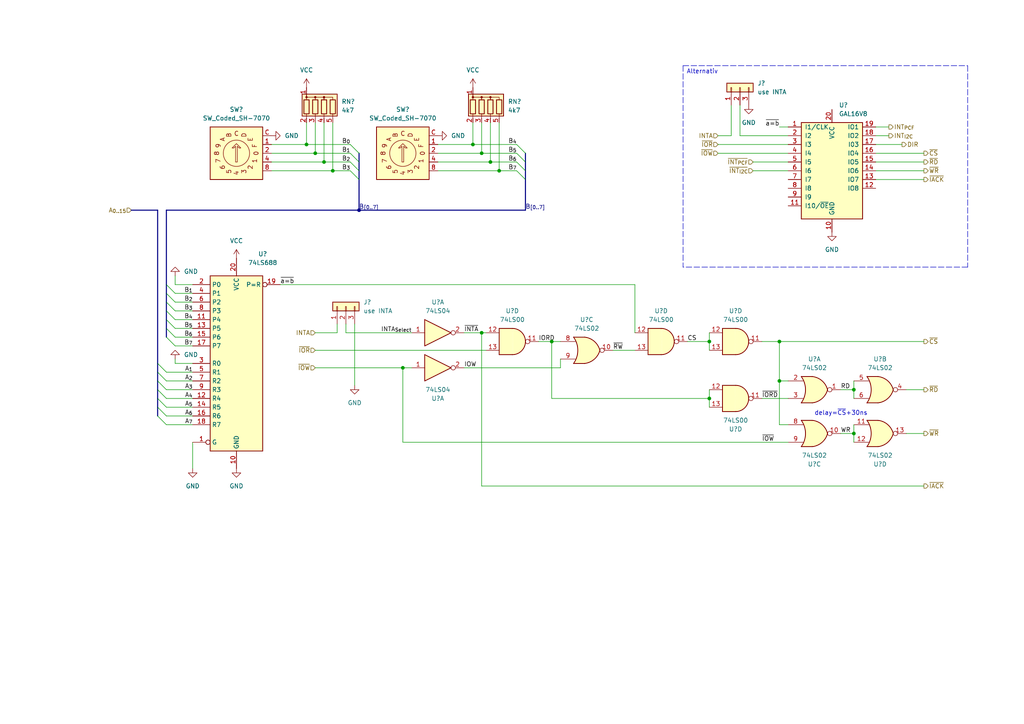
<source format=kicad_sch>
(kicad_sch (version 20211123) (generator eeschema)
  (paper "A4")
  (lib_symbols
    (symbol "74xx:74LS00" (pin_names (offset 1.016))
      (property "Reference" "U" (at 0 1.27 0))
      (property "Value" "74LS00" (at 0 -1.27 0))
      (symbol "74LS00_1_1"
        (arc (start 0 -3.81) (mid 3.81 0) (end 0 3.81) (stroke (width 0.254)) (fill (type background)))
        (polyline (pts (xy 0 3.81) (xy -3.81 3.81) (xy -3.81 -3.81) (xy 0 -3.81)) (stroke (width 0.254)) (fill (type background)))
        (pin input line (at -7.62 2.54 0) (length 3.81) (name "~") (number "1"))
        (pin input line (at -7.62 -2.54 0) (length 3.81) (name "~") (number "2"))
        (pin output inverted (at 7.62 0 180) (length 3.81) (name "~") (number "3"))
      )
      (symbol "74LS00_1_2"
        (arc (start -3.81 -3.81) (mid -2.589 0) (end -3.81 3.81) (stroke (width 0.254)))
        (arc (start -0.6096 -3.81) (mid 2.1842 -2.5851) (end 3.81 0) (stroke (width 0.254)) (fill (type background)))
        (polyline (pts (xy -3.81 -3.81) (xy -0.635 -3.81)) (stroke (width 0.254)) (fill (type background)))
        (polyline (pts (xy -3.81 3.81) (xy -0.635 3.81)) (stroke (width 0.254)) (fill (type background)))
        (polyline (pts (xy -0.635 3.81) (xy -3.81 3.81) (xy -3.81 3.81) (xy -3.556 3.4036) (xy -3.0226 2.2606) (xy -2.6924 1.0414) (xy -2.6162 -0.254) (xy -2.7686 -1.4986) (xy -3.175 -2.7178) (xy -3.81 -3.81) (xy -3.81 -3.81) (xy -0.635 -3.81)) (stroke (width -25.4)) (fill (type background)))
        (arc (start 3.81 0) (mid 2.1915 2.5936) (end -0.6096 3.81) (stroke (width 0.254)) (fill (type background)))
        (pin input inverted (at -7.62 2.54 0) (length 4.318) (name "~") (number "1"))
        (pin input inverted (at -7.62 -2.54 0) (length 4.318) (name "~") (number "2"))
        (pin output line (at 7.62 0 180) (length 3.81) (name "~") (number "3"))
      )
      (symbol "74LS00_2_1"
        (arc (start 0 -3.81) (mid 3.81 0) (end 0 3.81) (stroke (width 0.254)) (fill (type background)))
        (polyline (pts (xy 0 3.81) (xy -3.81 3.81) (xy -3.81 -3.81) (xy 0 -3.81)) (stroke (width 0.254)) (fill (type background)))
        (pin input line (at -7.62 2.54 0) (length 3.81) (name "~") (number "4"))
        (pin input line (at -7.62 -2.54 0) (length 3.81) (name "~") (number "5"))
        (pin output inverted (at 7.62 0 180) (length 3.81) (name "~") (number "6"))
      )
      (symbol "74LS00_2_2"
        (arc (start -3.81 -3.81) (mid -2.589 0) (end -3.81 3.81) (stroke (width 0.254)))
        (arc (start -0.6096 -3.81) (mid 2.1842 -2.5851) (end 3.81 0) (stroke (width 0.254)) (fill (type background)))
        (polyline (pts (xy -3.81 -3.81) (xy -0.635 -3.81)) (stroke (width 0.254)) (fill (type background)))
        (polyline (pts (xy -3.81 3.81) (xy -0.635 3.81)) (stroke (width 0.254)) (fill (type background)))
        (polyline (pts (xy -0.635 3.81) (xy -3.81 3.81) (xy -3.81 3.81) (xy -3.556 3.4036) (xy -3.0226 2.2606) (xy -2.6924 1.0414) (xy -2.6162 -0.254) (xy -2.7686 -1.4986) (xy -3.175 -2.7178) (xy -3.81 -3.81) (xy -3.81 -3.81) (xy -0.635 -3.81)) (stroke (width -25.4)) (fill (type background)))
        (arc (start 3.81 0) (mid 2.1915 2.5936) (end -0.6096 3.81) (stroke (width 0.254)) (fill (type background)))
        (pin input inverted (at -7.62 2.54 0) (length 4.318) (name "~") (number "4"))
        (pin input inverted (at -7.62 -2.54 0) (length 4.318) (name "~") (number "5"))
        (pin output line (at 7.62 0 180) (length 3.81) (name "~") (number "6"))
      )
      (symbol "74LS00_3_1"
        (arc (start 0 -3.81) (mid 3.81 0) (end 0 3.81) (stroke (width 0.254)) (fill (type background)))
        (polyline (pts (xy 0 3.81) (xy -3.81 3.81) (xy -3.81 -3.81) (xy 0 -3.81)) (stroke (width 0.254)) (fill (type background)))
        (pin input line (at -7.62 -2.54 0) (length 3.81) (name "~") (number "10"))
        (pin output inverted (at 7.62 0 180) (length 3.81) (name "~") (number "8"))
        (pin input line (at -7.62 2.54 0) (length 3.81) (name "~") (number "9"))
      )
      (symbol "74LS00_3_2"
        (arc (start -3.81 -3.81) (mid -2.589 0) (end -3.81 3.81) (stroke (width 0.254)))
        (arc (start -0.6096 -3.81) (mid 2.1842 -2.5851) (end 3.81 0) (stroke (width 0.254)) (fill (type background)))
        (polyline (pts (xy -3.81 -3.81) (xy -0.635 -3.81)) (stroke (width 0.254)) (fill (type background)))
        (polyline (pts (xy -3.81 3.81) (xy -0.635 3.81)) (stroke (width 0.254)) (fill (type background)))
        (polyline (pts (xy -0.635 3.81) (xy -3.81 3.81) (xy -3.81 3.81) (xy -3.556 3.4036) (xy -3.0226 2.2606) (xy -2.6924 1.0414) (xy -2.6162 -0.254) (xy -2.7686 -1.4986) (xy -3.175 -2.7178) (xy -3.81 -3.81) (xy -3.81 -3.81) (xy -0.635 -3.81)) (stroke (width -25.4)) (fill (type background)))
        (arc (start 3.81 0) (mid 2.1915 2.5936) (end -0.6096 3.81) (stroke (width 0.254)) (fill (type background)))
        (pin input inverted (at -7.62 -2.54 0) (length 4.318) (name "~") (number "10"))
        (pin output line (at 7.62 0 180) (length 3.81) (name "~") (number "8"))
        (pin input inverted (at -7.62 2.54 0) (length 4.318) (name "~") (number "9"))
      )
      (symbol "74LS00_4_1"
        (arc (start 0 -3.81) (mid 3.81 0) (end 0 3.81) (stroke (width 0.254)) (fill (type background)))
        (polyline (pts (xy 0 3.81) (xy -3.81 3.81) (xy -3.81 -3.81) (xy 0 -3.81)) (stroke (width 0.254)) (fill (type background)))
        (pin output inverted (at 7.62 0 180) (length 3.81) (name "~") (number "11"))
        (pin input line (at -7.62 2.54 0) (length 3.81) (name "~") (number "12"))
        (pin input line (at -7.62 -2.54 0) (length 3.81) (name "~") (number "13"))
      )
      (symbol "74LS00_4_2"
        (arc (start -3.81 -3.81) (mid -2.589 0) (end -3.81 3.81) (stroke (width 0.254)))
        (arc (start -0.6096 -3.81) (mid 2.1842 -2.5851) (end 3.81 0) (stroke (width 0.254)) (fill (type background)))
        (polyline (pts (xy -3.81 -3.81) (xy -0.635 -3.81)) (stroke (width 0.254)) (fill (type background)))
        (polyline (pts (xy -3.81 3.81) (xy -0.635 3.81)) (stroke (width 0.254)) (fill (type background)))
        (polyline (pts (xy -0.635 3.81) (xy -3.81 3.81) (xy -3.81 3.81) (xy -3.556 3.4036) (xy -3.0226 2.2606) (xy -2.6924 1.0414) (xy -2.6162 -0.254) (xy -2.7686 -1.4986) (xy -3.175 -2.7178) (xy -3.81 -3.81) (xy -3.81 -3.81) (xy -0.635 -3.81)) (stroke (width -25.4)) (fill (type background)))
        (arc (start 3.81 0) (mid 2.1915 2.5936) (end -0.6096 3.81) (stroke (width 0.254)) (fill (type background)))
        (pin output line (at 7.62 0 180) (length 3.81) (name "~") (number "11"))
        (pin input inverted (at -7.62 2.54 0) (length 4.318) (name "~") (number "12"))
        (pin input inverted (at -7.62 -2.54 0) (length 4.318) (name "~") (number "13"))
      )
      (symbol "74LS00_5_0"
        (pin power_in line (at 0 12.7 270) (length 5.08) (name "VCC") (number "14"))
        (pin power_in line (at 0 -12.7 90) (length 5.08) (name "GND") (number "7"))
      )
      (symbol "74LS00_5_1"
        (rectangle (start -5.08 7.62) (end 5.08 -7.62) (stroke (width 0.254)) (fill (type background)))
      )
    )
    (symbol "74xx:74LS02" (pin_names (offset 1.016))
      (property "Reference" "U" (at 0 1.27 0))
      (property "Value" "74LS02" (at 0 -1.27 0))
      (symbol "74LS02_1_1"
        (arc (start -3.81 -3.81) (mid -2.589 0) (end -3.81 3.81) (stroke (width 0.254)))
        (arc (start -0.6096 -3.81) (mid 2.1842 -2.5851) (end 3.81 0) (stroke (width 0.254)) (fill (type background)))
        (polyline (pts (xy -3.81 -3.81) (xy -0.635 -3.81)) (stroke (width 0.254)) (fill (type background)))
        (polyline (pts (xy -3.81 3.81) (xy -0.635 3.81)) (stroke (width 0.254)) (fill (type background)))
        (polyline (pts (xy -0.635 3.81) (xy -3.81 3.81) (xy -3.81 3.81) (xy -3.556 3.4036) (xy -3.0226 2.2606) (xy -2.6924 1.0414) (xy -2.6162 -0.254) (xy -2.7686 -1.4986) (xy -3.175 -2.7178) (xy -3.81 -3.81) (xy -3.81 -3.81) (xy -0.635 -3.81)) (stroke (width -25.4)) (fill (type background)))
        (arc (start 3.81 0) (mid 2.1915 2.5936) (end -0.6096 3.81) (stroke (width 0.254)) (fill (type background)))
        (pin output inverted (at 7.62 0 180) (length 3.81) (name "~") (number "1"))
        (pin input line (at -7.62 2.54 0) (length 4.318) (name "~") (number "2"))
        (pin input line (at -7.62 -2.54 0) (length 4.318) (name "~") (number "3"))
      )
      (symbol "74LS02_1_2"
        (arc (start 0 -3.81) (mid 3.81 0) (end 0 3.81) (stroke (width 0.254)) (fill (type background)))
        (polyline (pts (xy 0 3.81) (xy -3.81 3.81) (xy -3.81 -3.81) (xy 0 -3.81)) (stroke (width 0.254)) (fill (type background)))
        (pin output line (at 7.62 0 180) (length 3.81) (name "~") (number "1"))
        (pin input inverted (at -7.62 2.54 0) (length 3.81) (name "~") (number "2"))
        (pin input inverted (at -7.62 -2.54 0) (length 3.81) (name "~") (number "3"))
      )
      (symbol "74LS02_2_1"
        (arc (start -3.81 -3.81) (mid -2.589 0) (end -3.81 3.81) (stroke (width 0.254)))
        (arc (start -0.6096 -3.81) (mid 2.1842 -2.5851) (end 3.81 0) (stroke (width 0.254)) (fill (type background)))
        (polyline (pts (xy -3.81 -3.81) (xy -0.635 -3.81)) (stroke (width 0.254)) (fill (type background)))
        (polyline (pts (xy -3.81 3.81) (xy -0.635 3.81)) (stroke (width 0.254)) (fill (type background)))
        (polyline (pts (xy -0.635 3.81) (xy -3.81 3.81) (xy -3.81 3.81) (xy -3.556 3.4036) (xy -3.0226 2.2606) (xy -2.6924 1.0414) (xy -2.6162 -0.254) (xy -2.7686 -1.4986) (xy -3.175 -2.7178) (xy -3.81 -3.81) (xy -3.81 -3.81) (xy -0.635 -3.81)) (stroke (width -25.4)) (fill (type background)))
        (arc (start 3.81 0) (mid 2.1915 2.5936) (end -0.6096 3.81) (stroke (width 0.254)) (fill (type background)))
        (pin output inverted (at 7.62 0 180) (length 3.81) (name "~") (number "4"))
        (pin input line (at -7.62 2.54 0) (length 4.318) (name "~") (number "5"))
        (pin input line (at -7.62 -2.54 0) (length 4.318) (name "~") (number "6"))
      )
      (symbol "74LS02_2_2"
        (arc (start 0 -3.81) (mid 3.81 0) (end 0 3.81) (stroke (width 0.254)) (fill (type background)))
        (polyline (pts (xy 0 3.81) (xy -3.81 3.81) (xy -3.81 -3.81) (xy 0 -3.81)) (stroke (width 0.254)) (fill (type background)))
        (pin output line (at 7.62 0 180) (length 3.81) (name "~") (number "4"))
        (pin input inverted (at -7.62 2.54 0) (length 3.81) (name "~") (number "5"))
        (pin input inverted (at -7.62 -2.54 0) (length 3.81) (name "~") (number "6"))
      )
      (symbol "74LS02_3_1"
        (arc (start -3.81 -3.81) (mid -2.589 0) (end -3.81 3.81) (stroke (width 0.254)))
        (arc (start -0.6096 -3.81) (mid 2.1842 -2.5851) (end 3.81 0) (stroke (width 0.254)) (fill (type background)))
        (polyline (pts (xy -3.81 -3.81) (xy -0.635 -3.81)) (stroke (width 0.254)) (fill (type background)))
        (polyline (pts (xy -3.81 3.81) (xy -0.635 3.81)) (stroke (width 0.254)) (fill (type background)))
        (polyline (pts (xy -0.635 3.81) (xy -3.81 3.81) (xy -3.81 3.81) (xy -3.556 3.4036) (xy -3.0226 2.2606) (xy -2.6924 1.0414) (xy -2.6162 -0.254) (xy -2.7686 -1.4986) (xy -3.175 -2.7178) (xy -3.81 -3.81) (xy -3.81 -3.81) (xy -0.635 -3.81)) (stroke (width -25.4)) (fill (type background)))
        (arc (start 3.81 0) (mid 2.1915 2.5936) (end -0.6096 3.81) (stroke (width 0.254)) (fill (type background)))
        (pin output inverted (at 7.62 0 180) (length 3.81) (name "~") (number "10"))
        (pin input line (at -7.62 2.54 0) (length 4.318) (name "~") (number "8"))
        (pin input line (at -7.62 -2.54 0) (length 4.318) (name "~") (number "9"))
      )
      (symbol "74LS02_3_2"
        (arc (start 0 -3.81) (mid 3.81 0) (end 0 3.81) (stroke (width 0.254)) (fill (type background)))
        (polyline (pts (xy 0 3.81) (xy -3.81 3.81) (xy -3.81 -3.81) (xy 0 -3.81)) (stroke (width 0.254)) (fill (type background)))
        (pin output line (at 7.62 0 180) (length 3.81) (name "~") (number "10"))
        (pin input inverted (at -7.62 2.54 0) (length 3.81) (name "~") (number "8"))
        (pin input inverted (at -7.62 -2.54 0) (length 3.81) (name "~") (number "9"))
      )
      (symbol "74LS02_4_1"
        (arc (start -3.81 -3.81) (mid -2.589 0) (end -3.81 3.81) (stroke (width 0.254)))
        (arc (start -0.6096 -3.81) (mid 2.1842 -2.5851) (end 3.81 0) (stroke (width 0.254)) (fill (type background)))
        (polyline (pts (xy -3.81 -3.81) (xy -0.635 -3.81)) (stroke (width 0.254)) (fill (type background)))
        (polyline (pts (xy -3.81 3.81) (xy -0.635 3.81)) (stroke (width 0.254)) (fill (type background)))
        (polyline (pts (xy -0.635 3.81) (xy -3.81 3.81) (xy -3.81 3.81) (xy -3.556 3.4036) (xy -3.0226 2.2606) (xy -2.6924 1.0414) (xy -2.6162 -0.254) (xy -2.7686 -1.4986) (xy -3.175 -2.7178) (xy -3.81 -3.81) (xy -3.81 -3.81) (xy -0.635 -3.81)) (stroke (width -25.4)) (fill (type background)))
        (arc (start 3.81 0) (mid 2.1915 2.5936) (end -0.6096 3.81) (stroke (width 0.254)) (fill (type background)))
        (pin input line (at -7.62 2.54 0) (length 4.318) (name "~") (number "11"))
        (pin input line (at -7.62 -2.54 0) (length 4.318) (name "~") (number "12"))
        (pin output inverted (at 7.62 0 180) (length 3.81) (name "~") (number "13"))
      )
      (symbol "74LS02_4_2"
        (arc (start 0 -3.81) (mid 3.81 0) (end 0 3.81) (stroke (width 0.254)) (fill (type background)))
        (polyline (pts (xy 0 3.81) (xy -3.81 3.81) (xy -3.81 -3.81) (xy 0 -3.81)) (stroke (width 0.254)) (fill (type background)))
        (pin input inverted (at -7.62 2.54 0) (length 3.81) (name "~") (number "11"))
        (pin input inverted (at -7.62 -2.54 0) (length 3.81) (name "~") (number "12"))
        (pin output line (at 7.62 0 180) (length 3.81) (name "~") (number "13"))
      )
      (symbol "74LS02_5_0"
        (pin power_in line (at 0 12.7 270) (length 5.08) (name "VCC") (number "14"))
        (pin power_in line (at 0 -12.7 90) (length 5.08) (name "GND") (number "7"))
      )
      (symbol "74LS02_5_1"
        (rectangle (start -5.08 7.62) (end 5.08 -7.62) (stroke (width 0.254)) (fill (type background)))
      )
    )
    (symbol "74xx:74LS04"
      (property "Reference" "U" (at 0 1.27 0))
      (property "Value" "74LS04" (at 0 -1.27 0))
      (symbol "74LS04_1_0"
        (polyline (pts (xy -3.81 3.81) (xy -3.81 -3.81) (xy 3.81 0) (xy -3.81 3.81)) (stroke (width 0.254)) (fill (type background)))
        (pin input line (at -7.62 0 0) (length 3.81) (name "~") (number "1"))
        (pin output inverted (at 7.62 0 180) (length 3.81) (name "~") (number "2"))
      )
      (symbol "74LS04_2_0"
        (polyline (pts (xy -3.81 3.81) (xy -3.81 -3.81) (xy 3.81 0) (xy -3.81 3.81)) (stroke (width 0.254)) (fill (type background)))
        (pin input line (at -7.62 0 0) (length 3.81) (name "~") (number "3"))
        (pin output inverted (at 7.62 0 180) (length 3.81) (name "~") (number "4"))
      )
      (symbol "74LS04_3_0"
        (polyline (pts (xy -3.81 3.81) (xy -3.81 -3.81) (xy 3.81 0) (xy -3.81 3.81)) (stroke (width 0.254)) (fill (type background)))
        (pin input line (at -7.62 0 0) (length 3.81) (name "~") (number "5"))
        (pin output inverted (at 7.62 0 180) (length 3.81) (name "~") (number "6"))
      )
      (symbol "74LS04_4_0"
        (polyline (pts (xy -3.81 3.81) (xy -3.81 -3.81) (xy 3.81 0) (xy -3.81 3.81)) (stroke (width 0.254)) (fill (type background)))
        (pin output inverted (at 7.62 0 180) (length 3.81) (name "~") (number "8"))
        (pin input line (at -7.62 0 0) (length 3.81) (name "~") (number "9"))
      )
      (symbol "74LS04_5_0"
        (polyline (pts (xy -3.81 3.81) (xy -3.81 -3.81) (xy 3.81 0) (xy -3.81 3.81)) (stroke (width 0.254)) (fill (type background)))
        (pin output inverted (at 7.62 0 180) (length 3.81) (name "~") (number "10"))
        (pin input line (at -7.62 0 0) (length 3.81) (name "~") (number "11"))
      )
      (symbol "74LS04_6_0"
        (polyline (pts (xy -3.81 3.81) (xy -3.81 -3.81) (xy 3.81 0) (xy -3.81 3.81)) (stroke (width 0.254)) (fill (type background)))
        (pin output inverted (at 7.62 0 180) (length 3.81) (name "~") (number "12"))
        (pin input line (at -7.62 0 0) (length 3.81) (name "~") (number "13"))
      )
      (symbol "74LS04_7_0"
        (pin power_in line (at 0 12.7 270) (length 5.08) (name "VCC") (number "14"))
        (pin power_in line (at 0 -12.7 90) (length 5.08) (name "GND") (number "7"))
      )
      (symbol "74LS04_7_1"
        (rectangle (start -5.08 7.62) (end 5.08 -7.62) (stroke (width 0.254)) (fill (type background)))
      )
    )
    (symbol "74xx:74LS688"
      (property "Reference" "U" (at -7.62 26.67 0))
      (property "Value" "74LS688" (at -7.62 -26.67 0))
      (symbol "74LS688_1_0"
        (pin input inverted (at -12.7 -22.86 0) (length 5.08) (name "G") (number "1"))
        (pin power_in line (at 0 -30.48 90) (length 5.08) (name "GND") (number "10"))
        (pin input line (at -12.7 12.7 0) (length 5.08) (name "P4") (number "11"))
        (pin input line (at -12.7 -10.16 0) (length 5.08) (name "R4") (number "12"))
        (pin input line (at -12.7 10.16 0) (length 5.08) (name "P5") (number "13"))
        (pin input line (at -12.7 -12.7 0) (length 5.08) (name "R5") (number "14"))
        (pin input line (at -12.7 7.62 0) (length 5.08) (name "P6") (number "15"))
        (pin input line (at -12.7 -15.24 0) (length 5.08) (name "R6") (number "16"))
        (pin input line (at -12.7 5.08 0) (length 5.08) (name "P7") (number "17"))
        (pin input line (at -12.7 -17.78 0) (length 5.08) (name "R7") (number "18"))
        (pin output inverted (at 12.7 22.86 180) (length 5.08) (name "P=R") (number "19"))
        (pin input line (at -12.7 22.86 0) (length 5.08) (name "P0") (number "2"))
        (pin power_in line (at 0 30.48 270) (length 5.08) (name "VCC") (number "20"))
        (pin input line (at -12.7 0 0) (length 5.08) (name "R0") (number "3"))
        (pin input line (at -12.7 20.32 0) (length 5.08) (name "P1") (number "4"))
        (pin input line (at -12.7 -2.54 0) (length 5.08) (name "R1") (number "5"))
        (pin input line (at -12.7 17.78 0) (length 5.08) (name "P2") (number "6"))
        (pin input line (at -12.7 -5.08 0) (length 5.08) (name "R2") (number "7"))
        (pin input line (at -12.7 15.24 0) (length 5.08) (name "P3") (number "8"))
        (pin input line (at -12.7 -7.62 0) (length 5.08) (name "R3") (number "9"))
      )
      (symbol "74LS688_1_1"
        (rectangle (start -7.62 25.4) (end 7.62 -25.4) (stroke (width 0.254)) (fill (type background)))
      )
    )
    (symbol "Connector_Generic:Conn_01x03" (pin_names (offset 1.016) hide)
      (property "Reference" "J" (at 0 5.08 0))
      (property "Value" "Conn_01x03" (at 0 -5.08 0))
      (symbol "Conn_01x03_1_1"
        (rectangle (start -1.27 -2.413) (end 0 -2.667) (stroke (width 0.1524)))
        (rectangle (start -1.27 0.127) (end 0 -0.127) (stroke (width 0.1524)))
        (rectangle (start -1.27 2.667) (end 0 2.413) (stroke (width 0.1524)))
        (rectangle (start -1.27 3.81) (end 1.27 -3.81) (stroke (width 0.254)) (fill (type background)))
        (pin passive line (at -5.08 2.54 0) (length 3.81) (name "Pin_1") (number "1"))
        (pin passive line (at -5.08 0 0) (length 3.81) (name "Pin_2") (number "2"))
        (pin passive line (at -5.08 -2.54 0) (length 3.81) (name "Pin_3") (number "3"))
      )
    )
    (symbol "Device:R_Network04" (pin_names (offset 0) hide)
      (property "Reference" "RN" (at -7.62 0 90))
      (property "Value" "R_Network04" (at 5.08 0 90))
      (symbol "R_Network04_0_1"
        (rectangle (start -6.35 -3.175) (end 3.81 3.175) (stroke (width 0.254)) (fill (type background)))
        (rectangle (start -5.842 1.524) (end -4.318 -2.54) (stroke (width 0.254)))
        (circle (center -5.08 2.286) (radius 0.254) (fill (type outline)))
        (rectangle (start -3.302 1.524) (end -1.778 -2.54) (stroke (width 0.254)))
        (circle (center -2.54 2.286) (radius 0.254) (fill (type outline)))
        (rectangle (start -0.762 1.524) (end 0.762 -2.54) (stroke (width 0.254)))
        (polyline (pts (xy -5.08 -2.54) (xy -5.08 -3.81)))
        (polyline (pts (xy -2.54 -2.54) (xy -2.54 -3.81)))
        (polyline (pts (xy 0 -2.54) (xy 0 -3.81)))
        (polyline (pts (xy 2.54 -2.54) (xy 2.54 -3.81)))
        (polyline (pts (xy -5.08 1.524) (xy -5.08 2.286) (xy -2.54 2.286) (xy -2.54 1.524)))
        (polyline (pts (xy -2.54 1.524) (xy -2.54 2.286) (xy 0 2.286) (xy 0 1.524)))
        (polyline (pts (xy 0 1.524) (xy 0 2.286) (xy 2.54 2.286) (xy 2.54 1.524)))
        (circle (center 0 2.286) (radius 0.254) (fill (type outline)))
        (rectangle (start 1.778 1.524) (end 3.302 -2.54) (stroke (width 0.254)))
      )
      (symbol "R_Network04_1_1"
        (pin passive line (at -5.08 5.08 270) (length 2.54) (name "common") (number "1"))
        (pin passive line (at -5.08 -5.08 90) (length 1.27) (name "R1") (number "2"))
        (pin passive line (at -2.54 -5.08 90) (length 1.27) (name "R2") (number "3"))
        (pin passive line (at 0 -5.08 90) (length 1.27) (name "R3") (number "4"))
        (pin passive line (at 2.54 -5.08 90) (length 1.27) (name "R4") (number "5"))
      )
    )
    (symbol "Logic_Programmable:GAL16V8" (pin_names (offset 1.016))
      (property "Reference" "U" (at -8.89 16.51 0))
      (property "Value" "GAL16V8" (at 1.27 16.51 0))
      (symbol "GAL16V8_0_0"
        (pin power_in line (at 0 -17.78 90) (length 3.81) (name "GND") (number "10"))
        (pin power_in line (at 0 17.78 270) (length 3.81) (name "VCC") (number "20"))
      )
      (symbol "GAL16V8_0_1"
        (rectangle (start -8.89 13.97) (end 8.89 -13.97) (stroke (width 0.254)) (fill (type background)))
      )
      (symbol "GAL16V8_1_1"
        (pin input line (at -12.7 12.7 0) (length 3.81) (name "I1/CLK") (number "1"))
        (pin input line (at -12.7 -10.16 0) (length 3.81) (name "I10/~{OE}") (number "11"))
        (pin tri_state line (at 12.7 -5.08 180) (length 3.81) (name "IO8") (number "12"))
        (pin tri_state line (at 12.7 -2.54 180) (length 3.81) (name "IO7") (number "13"))
        (pin tri_state line (at 12.7 0 180) (length 3.81) (name "IO6") (number "14"))
        (pin tri_state line (at 12.7 2.54 180) (length 3.81) (name "IO5") (number "15"))
        (pin tri_state line (at 12.7 5.08 180) (length 3.81) (name "IO4") (number "16"))
        (pin tri_state line (at 12.7 7.62 180) (length 3.81) (name "I03") (number "17"))
        (pin tri_state line (at 12.7 10.16 180) (length 3.81) (name "IO2") (number "18"))
        (pin tri_state line (at 12.7 12.7 180) (length 3.81) (name "IO1") (number "19"))
        (pin input line (at -12.7 10.16 0) (length 3.81) (name "I2") (number "2"))
        (pin input line (at -12.7 7.62 0) (length 3.81) (name "I3") (number "3"))
        (pin input line (at -12.7 5.08 0) (length 3.81) (name "I4") (number "4"))
        (pin input line (at -12.7 2.54 0) (length 3.81) (name "I5") (number "5"))
        (pin input line (at -12.7 0 0) (length 3.81) (name "I6") (number "6"))
        (pin input line (at -12.7 -2.54 0) (length 3.81) (name "I7") (number "7"))
        (pin input line (at -12.7 -5.08 0) (length 3.81) (name "I8") (number "8"))
        (pin input line (at -12.7 -7.62 0) (length 3.81) (name "I9") (number "9"))
      )
    )
    (symbol "Switch:SW_Coded_SH-7070" (pin_names hide)
      (property "Reference" "SW" (at -7.62 8.89 0))
      (property "Value" "SW_Coded_SH-7070" (at -7.62 -8.89 0))
      (symbol "SW_Coded_SH-7070_0_0"
        (text "0" (at 5.715 0 2700) (effects (font (size 1.27 1.27))))
        (text "1" (at 5.2832 -2.1844 2475) (effects (font (size 1.27 1.27))))
        (text "2" (at 4.0386 -4.0386 2250) (effects (font (size 1.27 1.27))))
        (text "3" (at 2.1844 -5.2832 2025) (effects (font (size 1.27 1.27))))
        (text "4" (at 0 -5.715 1800) (effects (font (size 1.27 1.27))))
        (text "5" (at -2.1844 -5.2832 1575) (effects (font (size 1.27 1.27))))
        (text "6" (at -4.0386 -4.0386 1350) (effects (font (size 1.27 1.27))))
        (text "7" (at -5.2832 -2.1844 1125) (effects (font (size 1.27 1.27))))
        (text "8" (at -5.715 0 900) (effects (font (size 1.27 1.27))))
        (text "9" (at -5.2832 2.1844 675) (effects (font (size 1.27 1.27))))
        (text "A" (at -4.0386 4.0386 450) (effects (font (size 1.27 1.27))))
        (text "B" (at -2.1844 5.2832 225) (effects (font (size 1.27 1.27))))
        (text "C" (at 0 5.715 0) (effects (font (size 1.27 1.27))))
        (text "D" (at 2.1844 5.2832 3375) (effects (font (size 1.27 1.27))))
        (text "E" (at 4.0386 4.0386 3150) (effects (font (size 1.27 1.27))))
        (text "F" (at 5.2832 2.1844 2925) (effects (font (size 1.27 1.27))))
      )
      (symbol "SW_Coded_SH-7070_0_1"
        (polyline (pts (xy -0.254 -2.54) (xy -0.254 2.032) (xy -0.762 1.524) (xy -1.27 1.524) (xy 0 2.794) (xy 1.27 1.524) (xy 0.762 1.524) (xy 0.254 2.032) (xy 0.254 -2.54) (xy -0.254 -2.54) (xy -0.254 -2.54)))
        (circle (center 0 0) (radius 3.81))
        (rectangle (start 7.62 7.62) (end -7.62 -7.62) (stroke (width 0.254)) (fill (type background)))
      )
      (symbol "SW_Coded_SH-7070_1_1"
        (pin passive line (at 10.16 2.54 180) (length 2.54) (name "1") (number "1"))
        (pin passive line (at 10.16 0 180) (length 2.54) (name "2") (number "2"))
        (pin passive line (at 10.16 -2.54 180) (length 2.54) (name "4") (number "4"))
        (pin passive line (at 10.16 -5.08 180) (length 2.54) (name "8") (number "8"))
        (pin passive line (at 10.16 5.08 180) (length 2.54) (name "C") (number "C"))
      )
    )
    (symbol "power:GND" (power) (pin_names (offset 0))
      (property "Value" "GND" (at 0 -3.81 0))
      (symbol "GND_0_1"
        (polyline (pts (xy 0 0) (xy 0 -1.27) (xy 1.27 -1.27) (xy 0 -2.54) (xy -1.27 -1.27) (xy 0 -1.27)))
      )
      (symbol "GND_1_1"
        (pin power_in line (at 0 0 270) (length 0) hide (name "GND") (number "1"))
      )
    )
    (symbol "power:VCC" (power) (pin_names (offset 0))
      (property "Value" "VCC" (at 0 3.81 0))
      (symbol "VCC_0_1"
        (polyline (pts (xy -0.762 1.27) (xy 0 2.54)))
        (polyline (pts (xy 0 0) (xy 0 2.54)))
        (polyline (pts (xy 0 2.54) (xy 0.762 1.27)))
      )
      (symbol "VCC_1_1"
        (pin power_in line (at 0 0 90) (length 0) hide (name "VCC") (number "1"))
      )
    )
  )
  (junction (at 247.65 113.03))
  (junction (at 142.24 46.99))
  (junction (at 93.98 46.99))
  (junction (at 88.9 41.91))
  (junction (at 137.16 41.91))
  (junction (at 160.02 99.06))
  (junction (at 116.84 106.68))
  (junction (at 91.44 44.45))
  (junction (at 139.7 96.52))
  (junction (at 226.06 110.49))
  (junction (at 144.78 49.53))
  (junction (at 205.74 99.06))
  (junction (at 96.52 49.53))
  (junction (at 139.7 44.45))
  (junction (at 104.14 60.96))
  (junction (at 226.06 99.06))
  (junction (at 205.74 115.57))
  (junction (at 247.65 125.73))
  (bus_entry (at 50.8 90.17) (size -2.54 -2.54))
  (bus_entry (at 101.6 46.99) (size 2.54 2.54))
  (bus_entry (at 101.6 44.45) (size 2.54 2.54))
  (bus_entry (at 101.6 41.91) (size 2.54 2.54))
  (bus_entry (at 101.6 49.53) (size 2.54 2.54))
  (bus_entry (at 45.72 110.49) (size 2.54 2.54))
  (bus_entry (at 45.72 115.57) (size 2.54 2.54))
  (bus_entry (at 50.8 95.25) (size -2.54 -2.54))
  (bus_entry (at 45.72 118.11) (size 2.54 2.54))
  (bus_entry (at 50.8 97.79) (size -2.54 -2.54))
  (bus_entry (at 45.72 105.41) (size 2.54 2.54))
  (bus_entry (at 149.86 44.45) (size 2.54 2.54))
  (bus_entry (at 149.86 46.99) (size 2.54 2.54))
  (bus_entry (at 50.8 92.71) (size -2.54 -2.54))
  (bus_entry (at 50.8 87.63) (size -2.54 -2.54))
  (bus_entry (at 45.72 107.95) (size 2.54 2.54))
  (bus_entry (at 50.8 100.33) (size -2.54 -2.54))
  (bus_entry (at 45.72 120.65) (size 2.54 2.54))
  (bus_entry (at 45.72 113.03) (size 2.54 2.54))
  (bus_entry (at 149.86 41.91) (size 2.54 2.54))
  (bus_entry (at 50.8 85.09) (size -2.54 -2.54))
  (bus_entry (at 149.86 49.53) (size 2.54 2.54))
  (wire (pts (xy 220.98 99.06) (xy 226.06 99.06)))
  (wire (pts (xy 139.7 44.45) (xy 139.7 35.56)))
  (wire (pts (xy 205.74 99.06) (xy 205.74 101.6)))
  (wire (pts (xy 134.62 106.68) (xy 162.56 106.68)))
  (wire (pts (xy 226.06 123.19) (xy 226.06 110.49)))
  (wire (pts (xy 226.06 99.06) (xy 267.97 99.06)))
  (wire (pts (xy 55.88 128.27) (xy 55.88 135.89)))
  (bus (pts (xy 38.1 60.96) (xy 45.72 60.96)))
  (wire (pts (xy 134.62 96.52) (xy 139.7 96.52)))
  (bus (pts (xy 45.72 110.49) (xy 45.72 107.95)))
  (bus (pts (xy 152.4 52.07) (xy 152.4 60.96)))
  (wire (pts (xy 254 36.83) (xy 257.81 36.83)))
  (bus (pts (xy 48.26 92.71) (xy 48.26 95.25)))
  (bus (pts (xy 152.4 44.45) (xy 152.4 46.99)))
  (wire (pts (xy 160.02 99.06) (xy 162.56 99.06)))
  (wire (pts (xy 97.79 96.52) (xy 97.79 93.98)))
  (wire (pts (xy 91.44 106.68) (xy 116.84 106.68)))
  (wire (pts (xy 214.63 30.48) (xy 214.63 39.37)))
  (wire (pts (xy 262.89 125.73) (xy 267.97 125.73)))
  (wire (pts (xy 218.44 49.53) (xy 228.6 49.53)))
  (polyline (pts (xy 280.67 77.47) (xy 198.12 77.47)))
  (wire (pts (xy 91.44 44.45) (xy 91.44 35.56)))
  (wire (pts (xy 205.74 96.52) (xy 205.74 99.06)))
  (bus (pts (xy 45.72 107.95) (xy 45.72 105.41)))
  (wire (pts (xy 214.63 39.37) (xy 228.6 39.37)))
  (bus (pts (xy 48.26 85.09) (xy 48.26 87.63)))
  (wire (pts (xy 81.28 82.55) (xy 184.15 82.55)))
  (bus (pts (xy 48.26 95.25) (xy 48.26 97.79)))
  (polyline (pts (xy 280.67 19.05) (xy 280.67 77.47)))
  (wire (pts (xy 226.06 36.83) (xy 228.6 36.83)))
  (wire (pts (xy 228.6 123.19) (xy 226.06 123.19)))
  (wire (pts (xy 50.8 97.79) (xy 55.88 97.79)))
  (bus (pts (xy 104.14 60.96) (xy 48.26 60.96)))
  (bus (pts (xy 45.72 118.11) (xy 45.72 115.57)))
  (wire (pts (xy 137.16 41.91) (xy 149.86 41.91)))
  (wire (pts (xy 102.87 93.98) (xy 102.87 111.76)))
  (wire (pts (xy 78.74 46.99) (xy 93.98 46.99)))
  (wire (pts (xy 50.8 104.14) (xy 50.8 105.41)))
  (wire (pts (xy 184.15 82.55) (xy 184.15 96.52)))
  (wire (pts (xy 116.84 128.27) (xy 228.6 128.27)))
  (bus (pts (xy 152.4 49.53) (xy 152.4 52.07)))
  (wire (pts (xy 127 44.45) (xy 139.7 44.45)))
  (wire (pts (xy 50.8 95.25) (xy 55.88 95.25)))
  (wire (pts (xy 48.26 123.19) (xy 55.88 123.19)))
  (wire (pts (xy 177.8 101.6) (xy 184.15 101.6)))
  (bus (pts (xy 45.72 105.41) (xy 45.72 60.96)))
  (wire (pts (xy 96.52 49.53) (xy 101.6 49.53)))
  (wire (pts (xy 139.7 96.52) (xy 140.97 96.52)))
  (wire (pts (xy 142.24 46.99) (xy 142.24 35.56)))
  (wire (pts (xy 139.7 96.52) (xy 139.7 140.97)))
  (wire (pts (xy 100.33 96.52) (xy 119.38 96.52)))
  (wire (pts (xy 91.44 96.52) (xy 97.79 96.52)))
  (wire (pts (xy 93.98 46.99) (xy 101.6 46.99)))
  (wire (pts (xy 243.84 113.03) (xy 247.65 113.03)))
  (wire (pts (xy 262.89 113.03) (xy 267.97 113.03)))
  (wire (pts (xy 199.39 99.06) (xy 205.74 99.06)))
  (wire (pts (xy 243.84 125.73) (xy 247.65 125.73)))
  (wire (pts (xy 88.9 41.91) (xy 88.9 35.56)))
  (wire (pts (xy 220.98 115.57) (xy 228.6 115.57)))
  (wire (pts (xy 127 46.99) (xy 142.24 46.99)))
  (wire (pts (xy 88.9 41.91) (xy 101.6 41.91)))
  (wire (pts (xy 226.06 99.06) (xy 226.06 110.49)))
  (wire (pts (xy 208.28 39.37) (xy 212.09 39.37)))
  (wire (pts (xy 267.97 52.07) (xy 254 52.07)))
  (wire (pts (xy 116.84 106.68) (xy 119.38 106.68)))
  (wire (pts (xy 48.26 115.57) (xy 55.88 115.57)))
  (wire (pts (xy 144.78 49.53) (xy 144.78 35.56)))
  (wire (pts (xy 96.52 49.53) (xy 96.52 35.56)))
  (bus (pts (xy 45.72 118.11) (xy 45.72 120.65)))
  (wire (pts (xy 139.7 140.97) (xy 267.97 140.97)))
  (wire (pts (xy 247.65 125.73) (xy 247.65 128.27)))
  (wire (pts (xy 48.26 113.03) (xy 55.88 113.03)))
  (wire (pts (xy 160.02 115.57) (xy 160.02 99.06)))
  (wire (pts (xy 254 39.37) (xy 257.81 39.37)))
  (wire (pts (xy 50.8 100.33) (xy 55.88 100.33)))
  (wire (pts (xy 127 49.53) (xy 144.78 49.53)))
  (wire (pts (xy 50.8 80.01) (xy 50.8 82.55)))
  (wire (pts (xy 48.26 120.65) (xy 55.88 120.65)))
  (wire (pts (xy 218.44 46.99) (xy 228.6 46.99)))
  (wire (pts (xy 162.56 106.68) (xy 162.56 104.14)))
  (wire (pts (xy 91.44 101.6) (xy 140.97 101.6)))
  (wire (pts (xy 48.26 110.49) (xy 55.88 110.49)))
  (wire (pts (xy 127 41.91) (xy 137.16 41.91)))
  (wire (pts (xy 91.44 44.45) (xy 101.6 44.45)))
  (wire (pts (xy 247.65 123.19) (xy 247.65 125.73)))
  (wire (pts (xy 48.26 107.95) (xy 55.88 107.95)))
  (wire (pts (xy 137.16 41.91) (xy 137.16 35.56)))
  (bus (pts (xy 45.72 113.03) (xy 45.72 110.49)))
  (wire (pts (xy 50.8 105.41) (xy 55.88 105.41)))
  (wire (pts (xy 208.28 44.45) (xy 228.6 44.45)))
  (polyline (pts (xy 198.12 19.05) (xy 280.67 19.05)))
  (wire (pts (xy 50.8 92.71) (xy 55.88 92.71)))
  (bus (pts (xy 104.14 49.53) (xy 104.14 52.07)))
  (wire (pts (xy 254 41.91) (xy 261.62 41.91)))
  (wire (pts (xy 247.65 113.03) (xy 247.65 115.57)))
  (bus (pts (xy 104.14 52.07) (xy 104.14 60.96)))
  (bus (pts (xy 48.26 87.63) (xy 48.26 90.17)))
  (wire (pts (xy 205.74 113.03) (xy 205.74 115.57)))
  (wire (pts (xy 78.74 41.91) (xy 88.9 41.91)))
  (wire (pts (xy 205.74 115.57) (xy 205.74 118.11)))
  (wire (pts (xy 93.98 46.99) (xy 93.98 35.56)))
  (wire (pts (xy 212.09 30.48) (xy 212.09 39.37)))
  (wire (pts (xy 78.74 44.45) (xy 91.44 44.45)))
  (bus (pts (xy 104.14 44.45) (xy 104.14 46.99)))
  (bus (pts (xy 48.26 90.17) (xy 48.26 92.71)))
  (wire (pts (xy 142.24 46.99) (xy 149.86 46.99)))
  (bus (pts (xy 48.26 60.96) (xy 48.26 82.55)))
  (bus (pts (xy 152.4 60.96) (xy 104.14 60.96)))
  (wire (pts (xy 100.33 93.98) (xy 100.33 96.52)))
  (wire (pts (xy 48.26 118.11) (xy 55.88 118.11)))
  (polyline (pts (xy 198.12 19.05) (xy 198.12 77.47)))
  (wire (pts (xy 50.8 82.55) (xy 55.88 82.55)))
  (bus (pts (xy 48.26 82.55) (xy 48.26 85.09)))
  (wire (pts (xy 226.06 110.49) (xy 228.6 110.49)))
  (wire (pts (xy 139.7 44.45) (xy 149.86 44.45)))
  (wire (pts (xy 50.8 90.17) (xy 55.88 90.17)))
  (wire (pts (xy 50.8 85.09) (xy 55.88 85.09)))
  (wire (pts (xy 208.28 41.91) (xy 228.6 41.91)))
  (wire (pts (xy 267.97 44.45) (xy 254 44.45)))
  (wire (pts (xy 78.74 49.53) (xy 96.52 49.53)))
  (wire (pts (xy 116.84 128.27) (xy 116.84 106.68)))
  (wire (pts (xy 205.74 115.57) (xy 160.02 115.57)))
  (wire (pts (xy 247.65 110.49) (xy 247.65 113.03)))
  (bus (pts (xy 45.72 115.57) (xy 45.72 113.03)))
  (wire (pts (xy 267.97 49.53) (xy 254 49.53)))
  (wire (pts (xy 50.8 87.63) (xy 55.88 87.63)))
  (bus (pts (xy 152.4 46.99) (xy 152.4 49.53)))
  (bus (pts (xy 104.14 46.99) (xy 104.14 49.53)))
  (wire (pts (xy 156.21 99.06) (xy 160.02 99.06)))
  (wire (pts (xy 144.78 49.53) (xy 149.86 49.53)))
  (wire (pts (xy 267.97 46.99) (xy 254 46.99)))
  (text "Alternativ" (at 208.28 21.59 180) (effects (font (size 1.27 1.27)) (justify right bottom)))
  (text "delay=~{CS}+30ns" (at 236.22 120.65 0) (effects (font (size 1.27 1.27)) (justify left bottom)))
  (label "B_{3}" (at 55.88 90.17 180))
  (label "~{RW}" (at 177.8 101.6 0))
  (label "~{a=b}" (at 226.06 36.83 180))
  (label "B_{1}" (at 101.6 44.45 180))
  (label "RD" (at 243.84 113.03 0))
  (label "B_{5}" (at 55.88 95.25 180))
  (label "B_{0}" (at 101.6 41.91 180))
  (label "B_{2}" (at 101.6 46.99 180))
  (label "~{a=b}" (at 81.28 82.55 0))
  (label "IORD" (at 156.21 99.06 0))
  (label "~{IOW}" (at 220.98 128.27 0))
  (label "B_{2}" (at 55.88 87.63 180))
  (label "A_{4}" (at 55.88 115.57 180))
  (label "CS" (at 199.39 99.06 0))
  (label "WR" (at 243.84 125.73 0))
  (label "~{INTA}" (at 134.62 96.52 0))
  (label "A_{5}" (at 55.88 118.11 180))
  (label "A_{7}" (at 55.88 123.19 180))
  (label "B_{4}" (at 149.86 41.91 180))
  (label "B_{7}" (at 55.88 100.33 180))
  (label "B_{6}" (at 149.86 46.99 180))
  (label "B_{6}" (at 55.88 97.79 180))
  (label "B_{7}" (at 149.86 49.53 180))
  (label "A_{2}" (at 55.88 110.49 180))
  (label "B_{5}" (at 149.86 44.45 180))
  (label "A_{3}" (at 55.88 113.03 180))
  (label "B_{1}" (at 55.88 85.09 180))
  (label "A_{1}" (at 55.88 107.95 180))
  (label "B_{[0..7]}" (at 152.4 60.96 0))
  (label "B_{[0..7]}" (at 104.14 60.96 0))
  (label "B_{3}" (at 101.6 49.53 180))
  (label "A_{6}" (at 55.88 120.65 180))
  (label "IOW" (at 134.62 106.68 0))
  (label "B_{4}" (at 55.88 92.71 180))
  (label "~{IORD}" (at 220.98 115.57 0))
  (label "INTA_{Select}" (at 119.38 96.52 180))
  (hierarchical_label "~{WR}" (shape output) (at 267.97 49.53 0))
  (hierarchical_label "~{IOW}" (shape input) (at 91.44 106.68 180))
  (hierarchical_label "~{IACK}" (shape output) (at 267.97 140.97 0))
  (hierarchical_label "~{CS}" (shape output) (at 267.97 44.45 0))
  (hierarchical_label "~{INT_{I2C}}" (shape input) (at 218.44 49.53 180))
  (hierarchical_label "INTA" (shape input) (at 91.44 96.52 180))
  (hierarchical_label "A_{0..15}" (shape input) (at 38.1 60.96 180))
  (hierarchical_label "~{INT_{PCF}}" (shape input) (at 218.44 46.99 180))
  (hierarchical_label "~{WR}" (shape output) (at 267.97 125.73 0))
  (hierarchical_label "INTA" (shape input) (at 208.28 39.37 180))
  (hierarchical_label "DIR" (shape output) (at 261.62 41.91 0))
  (hierarchical_label "~{IOR}" (shape input) (at 91.44 101.6 180))
  (hierarchical_label "~{RD}" (shape output) (at 267.97 113.03 0))
  (hierarchical_label "INT_{I2C}" (shape output) (at 257.81 39.37 0))
  (hierarchical_label "~{CS}" (shape output) (at 267.97 99.06 0))
  (hierarchical_label "~{IOR}" (shape input) (at 208.28 41.91 180))
  (hierarchical_label "~{RD}" (shape output) (at 267.97 46.99 0))
  (hierarchical_label "~{IOW}" (shape input) (at 208.28 44.45 180))
  (hierarchical_label "INT_{PCF}" (shape output) (at 257.81 36.83 0))
  (hierarchical_label "~{IACK}" (shape output) (at 267.97 52.07 0))
  (symbol (lib_id "74xx:74LS02") (at 170.18 101.6 0) (unit 3)
    (property "Reference" "U?" (at 170.18 92.71 0))
    (property "Value" "74LS02" (at 170.18 95.25 0))
    (property "Datasheet" "http://www.ti.com/lit/gpn/sn74ls02" (effects hide))
  )
  (symbol (lib_id "power:GND") (at 50.8 104.14 180) (unit 1)
    (property "Reference" "#PWR?" (effects hide))
    (property "Value" "GND" (at 53.34 102.8699 0) (effects (justify right)))
  )
  (symbol (lib_id "74xx:74LS02") (at 255.27 125.73 0) (unit 4)
    (property "Reference" "U?" (at 255.27 134.62 0))
    (property "Value" "74LS02" (at 255.27 132.08 0))
    (property "Datasheet" "http://www.ti.com/lit/gpn/sn74ls02" (effects hide))
  )
  (symbol (lib_id "74xx:74LS02") (at 236.22 125.73 0) (unit 3)
    (property "Reference" "U?" (at 236.22 134.62 0))
    (property "Value" "74LS02" (at 236.22 132.08 0))
    (property "Datasheet" "http://www.ti.com/lit/gpn/sn74ls02" (effects hide))
  )
  (symbol (lib_id "power:VCC") (at 68.58 74.93 0) (unit 1)
    (property "Reference" "#PWR?" (effects hide))
    (property "Value" "VCC" (at 68.58 69.85 0))
  )
  (symbol (lib_id "Switch:SW_Coded_SH-7070") (at 116.84 44.45 0) (unit 1)
    (property "Reference" "SW?" (at 116.84 31.75 0))
    (property "Value" "SW_Coded_SH-7070" (at 116.84 34.29 0))
    (property "Footprint" "Button_Switch_THT:Nidec_Copal_SH-7010C" (effects hide))
    (property "Datasheet" "https://www.nidec-copal-electronics.com/e/catalog/switch/sh-7000.pdf" (effects hide))
  )
  (symbol (lib_id "74xx:74LS00") (at 148.59 99.06 0) (unit 4)
    (property "Reference" "U?" (at 148.59 90.17 0))
    (property "Value" "74LS00" (at 148.59 92.71 0))
    (property "Footprint" "Package_DIP:DIP-14_W7.62mm_Socket_LongPads" (effects hide))
    (property "Datasheet" "http://www.ti.com/lit/gpn/sn74ls00" (effects hide))
  )
  (symbol (lib_id "power:GND") (at 127 39.37 90) (unit 1)
    (property "Reference" "#PWR?" (effects hide))
    (property "Value" "GND" (at 130.81 39.3699 90) (effects (justify right)))
  )
  (symbol (lib_id "74xx:74LS02") (at 236.22 113.03 0) (unit 1)
    (property "Reference" "U?" (at 236.22 104.14 0))
    (property "Value" "74LS02" (at 236.22 106.68 0))
    (property "Datasheet" "http://www.ti.com/lit/gpn/sn74ls02" (effects hide))
  )
  (symbol (lib_id "74xx:74LS04") (at 127 96.52 0) (unit 1)
    (property "Reference" "U?" (at 127 87.63 0))
    (property "Value" "74LS04" (at 127 90.17 0))
    (property "Datasheet" "http://www.ti.com/lit/gpn/sn74LS04" (effects hide))
  )
  (symbol (lib_id "power:GND") (at 102.87 111.76 0) (unit 1)
    (property "Reference" "#PWR?" (effects hide))
    (property "Value" "GND" (at 102.87 116.84 0))
  )
  (symbol (lib_id "Connector_Generic:Conn_01x03") (at 100.33 88.9 90) (unit 1)
    (property "Reference" "J?" (at 105.41 87.6299 90) (effects (justify right)))
    (property "Value" "use INTA" (at 105.41 90.1699 90) (effects (justify right)))
  )
  (symbol (lib_id "Connector_Generic:Conn_01x03") (at 214.63 25.4 90) (unit 1)
    (property "Reference" "J?" (at 219.71 24.1299 90) (effects (justify right)))
    (property "Value" "use INTA" (at 219.71 26.6699 90) (effects (justify right)))
  )
  (symbol (lib_id "power:GND") (at 68.58 135.89 0) (unit 1)
    (property "Reference" "#PWR?" (effects hide))
    (property "Value" "GND" (at 68.58 140.97 0))
  )
  (symbol (lib_id "74xx:74LS00") (at 213.36 115.57 0) (unit 4)
    (property "Reference" "U?" (at 213.36 124.46 0))
    (property "Value" "74LS00" (at 213.36 121.92 0))
    (property "Footprint" "Package_DIP:DIP-14_W7.62mm_Socket_LongPads" (effects hide))
    (property "Datasheet" "http://www.ti.com/lit/gpn/sn74ls00" (effects hide))
  )
  (symbol (lib_id "power:VCC") (at 88.9 25.4 0) (unit 1)
    (property "Reference" "#PWR?" (effects hide))
    (property "Value" "VCC" (at 88.9 20.32 0))
  )
  (symbol (lib_id "74xx:74LS02") (at 255.27 113.03 0) (unit 2)
    (property "Reference" "U?" (at 255.27 104.14 0))
    (property "Value" "74LS02" (at 255.27 106.68 0))
    (property "Datasheet" "http://www.ti.com/lit/gpn/sn74ls02" (effects hide))
  )
  (symbol (lib_id "74xx:74LS688") (at 68.58 105.41 0) (unit 1)
    (property "Reference" "U?" (at 76.2 73.66 0))
    (property "Value" "74LS688" (at 76.2 76.2 0))
    (property "Datasheet" "http://www.ti.com/lit/gpn/sn74LS688" (effects hide))
  )
  (symbol (lib_id "Device:R_Network04") (at 93.98 30.48 0) (unit 1)
    (property "Reference" "RN?" (at 99.06 29.4639 0) (effects (justify left)))
    (property "Value" "4k7" (at 99.06 32.0039 0) (effects (justify left)))
    (property "Footprint" "Resistor_THT:R_Array_SIP5" (effects hide))
    (property "Datasheet" "http://www.vishay.com/docs/31509/csc.pdf" (effects hide))
  )
  (symbol (lib_id "Switch:SW_Coded_SH-7070") (at 68.58 44.45 0) (unit 1)
    (property "Reference" "SW?" (at 68.58 31.75 0))
    (property "Value" "SW_Coded_SH-7070" (at 68.58 34.29 0))
    (property "Footprint" "Button_Switch_THT:Nidec_Copal_SH-7010C" (effects hide))
    (property "Datasheet" "https://www.nidec-copal-electronics.com/e/catalog/switch/sh-7000.pdf" (effects hide))
  )
  (symbol (lib_id "Device:R_Network04") (at 142.24 30.48 0) (unit 1)
    (property "Reference" "RN?" (at 147.32 29.4639 0) (effects (justify left)))
    (property "Value" "4k7" (at 147.32 32.0039 0) (effects (justify left)))
    (property "Footprint" "Resistor_THT:R_Array_SIP5" (effects hide))
    (property "Datasheet" "http://www.vishay.com/docs/31509/csc.pdf" (effects hide))
  )
  (symbol (lib_id "power:GND") (at 78.74 39.37 90) (unit 1)
    (property "Reference" "#PWR?" (effects hide))
    (property "Value" "GND" (at 82.55 39.3699 90) (effects (justify right)))
  )
  (symbol (lib_id "power:GND") (at 55.88 135.89 0) (unit 1)
    (property "Reference" "#PWR?" (effects hide))
    (property "Value" "GND" (at 55.88 140.97 0))
  )
  (symbol (lib_id "74xx:74LS00") (at 213.36 99.06 0) (unit 4)
    (property "Reference" "U?" (at 213.36 90.17 0))
    (property "Value" "74LS00" (at 213.36 92.71 0))
    (property "Footprint" "Package_DIP:DIP-14_W7.62mm_Socket_LongPads" (effects hide))
    (property "Datasheet" "http://www.ti.com/lit/gpn/sn74ls00" (effects hide))
  )
  (symbol (lib_id "power:VCC") (at 137.16 25.4 0) (unit 1)
    (property "Reference" "#PWR?" (effects hide))
    (property "Value" "VCC" (at 137.16 20.32 0))
  )
  (symbol (lib_id "Logic_Programmable:GAL16V8") (at 241.3 49.53 0) (unit 1)
    (property "Reference" "U?" (at 243.3194 30.48 0) (effects (justify left)))
    (property "Value" "GAL16V8" (at 243.3194 33.02 0) (effects (justify left)))
  )
  (symbol (lib_id "power:GND") (at 217.17 30.48 0) (unit 1)
    (property "Reference" "#PWR?" (effects hide))
    (property "Value" "GND" (at 217.17 35.56 0))
  )
  (symbol (lib_id "power:GND") (at 50.8 80.01 180) (unit 1)
    (property "Reference" "#PWR?" (effects hide))
    (property "Value" "GND" (at 53.34 78.7399 0) (effects (justify right)))
  )
  (symbol (lib_id "74xx:74LS04") (at 127 106.68 0) (unit 1)
    (property "Reference" "U?" (at 127 115.57 0))
    (property "Value" "74LS04" (at 127 113.03 0))
    (property "Datasheet" "http://www.ti.com/lit/gpn/sn74LS04" (effects hide))
  )
  (symbol (lib_id "74xx:74LS00") (at 191.77 99.06 0) (unit 4)
    (property "Reference" "U?" (at 191.77 90.17 0))
    (property "Value" "74LS00" (at 191.77 92.71 0))
    (property "Footprint" "Package_DIP:DIP-14_W7.62mm_Socket_LongPads" (effects hide))
    (property "Datasheet" "http://www.ti.com/lit/gpn/sn74ls00" (effects hide))
  )
  (symbol (lib_id "power:GND") (at 241.3 67.31 0) (unit 1)
    (property "Reference" "#PWR?" (effects hide))
    (property "Value" "GND" (at 241.3 72.39 0))
  )
)
</source>
